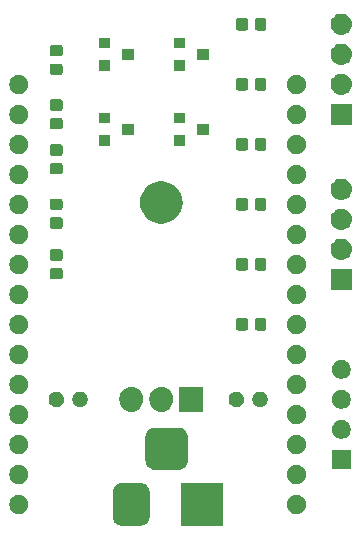
<source format=gbr>
G04 #@! TF.GenerationSoftware,KiCad,Pcbnew,5.1.3-ffb9f22~84~ubuntu16.04.1*
G04 #@! TF.CreationDate,2019-07-29T14:43:33+10:00*
G04 #@! TF.ProjectId,tankmon-pcb,74616e6b-6d6f-46e2-9d70-63622e6b6963,1a*
G04 #@! TF.SameCoordinates,Original*
G04 #@! TF.FileFunction,Soldermask,Bot*
G04 #@! TF.FilePolarity,Negative*
%FSLAX46Y46*%
G04 Gerber Fmt 4.6, Leading zero omitted, Abs format (unit mm)*
G04 Created by KiCad (PCBNEW 5.1.3-ffb9f22~84~ubuntu16.04.1) date 2019-07-29 14:43:33*
%MOMM*%
%LPD*%
G04 APERTURE LIST*
%ADD10C,0.100000*%
G04 APERTURE END LIST*
D10*
G36*
X150295000Y-121435000D02*
G01*
X146693000Y-121435000D01*
X146693000Y-117833000D01*
X150295000Y-117833000D01*
X150295000Y-121435000D01*
X150295000Y-121435000D01*
G37*
G36*
X143470979Y-117847293D02*
G01*
X143604625Y-117887834D01*
X143727784Y-117953664D01*
X143835740Y-118042260D01*
X143924336Y-118150216D01*
X143990166Y-118273375D01*
X144030707Y-118407021D01*
X144045000Y-118552140D01*
X144045000Y-120715860D01*
X144030707Y-120860979D01*
X143990166Y-120994625D01*
X143924336Y-121117784D01*
X143835740Y-121225740D01*
X143727784Y-121314336D01*
X143604625Y-121380166D01*
X143470979Y-121420707D01*
X143325860Y-121435000D01*
X141662140Y-121435000D01*
X141517021Y-121420707D01*
X141383375Y-121380166D01*
X141260216Y-121314336D01*
X141152260Y-121225740D01*
X141063664Y-121117784D01*
X140997834Y-120994625D01*
X140957293Y-120860979D01*
X140943000Y-120715860D01*
X140943000Y-118552140D01*
X140957293Y-118407021D01*
X140997834Y-118273375D01*
X141063664Y-118150216D01*
X141152260Y-118042260D01*
X141260216Y-117953664D01*
X141383375Y-117887834D01*
X141517021Y-117847293D01*
X141662140Y-117833000D01*
X143325860Y-117833000D01*
X143470979Y-117847293D01*
X143470979Y-117847293D01*
G37*
G36*
X133206142Y-118852242D02*
G01*
X133354101Y-118913529D01*
X133487255Y-119002499D01*
X133600501Y-119115745D01*
X133689471Y-119248899D01*
X133750758Y-119396858D01*
X133782000Y-119553925D01*
X133782000Y-119714075D01*
X133750758Y-119871142D01*
X133689471Y-120019101D01*
X133600501Y-120152255D01*
X133487255Y-120265501D01*
X133354101Y-120354471D01*
X133206142Y-120415758D01*
X133049075Y-120447000D01*
X132888925Y-120447000D01*
X132731858Y-120415758D01*
X132583899Y-120354471D01*
X132450745Y-120265501D01*
X132337499Y-120152255D01*
X132248529Y-120019101D01*
X132187242Y-119871142D01*
X132156000Y-119714075D01*
X132156000Y-119553925D01*
X132187242Y-119396858D01*
X132248529Y-119248899D01*
X132337499Y-119115745D01*
X132450745Y-119002499D01*
X132583899Y-118913529D01*
X132731858Y-118852242D01*
X132888925Y-118821000D01*
X133049075Y-118821000D01*
X133206142Y-118852242D01*
X133206142Y-118852242D01*
G37*
G36*
X156701142Y-118852242D02*
G01*
X156849101Y-118913529D01*
X156982255Y-119002499D01*
X157095501Y-119115745D01*
X157184471Y-119248899D01*
X157245758Y-119396858D01*
X157277000Y-119553925D01*
X157277000Y-119714075D01*
X157245758Y-119871142D01*
X157184471Y-120019101D01*
X157095501Y-120152255D01*
X156982255Y-120265501D01*
X156849101Y-120354471D01*
X156701142Y-120415758D01*
X156544075Y-120447000D01*
X156383925Y-120447000D01*
X156226858Y-120415758D01*
X156078899Y-120354471D01*
X155945745Y-120265501D01*
X155832499Y-120152255D01*
X155743529Y-120019101D01*
X155682242Y-119871142D01*
X155651000Y-119714075D01*
X155651000Y-119553925D01*
X155682242Y-119396858D01*
X155743529Y-119248899D01*
X155832499Y-119115745D01*
X155945745Y-119002499D01*
X156078899Y-118913529D01*
X156226858Y-118852242D01*
X156383925Y-118821000D01*
X156544075Y-118821000D01*
X156701142Y-118852242D01*
X156701142Y-118852242D01*
G37*
G36*
X156701142Y-116312242D02*
G01*
X156849101Y-116373529D01*
X156982255Y-116462499D01*
X157095501Y-116575745D01*
X157184471Y-116708899D01*
X157245758Y-116856858D01*
X157277000Y-117013925D01*
X157277000Y-117174075D01*
X157245758Y-117331142D01*
X157184471Y-117479101D01*
X157095501Y-117612255D01*
X156982255Y-117725501D01*
X156849101Y-117814471D01*
X156701142Y-117875758D01*
X156544075Y-117907000D01*
X156383925Y-117907000D01*
X156226858Y-117875758D01*
X156078899Y-117814471D01*
X155945745Y-117725501D01*
X155832499Y-117612255D01*
X155743529Y-117479101D01*
X155682242Y-117331142D01*
X155651000Y-117174075D01*
X155651000Y-117013925D01*
X155682242Y-116856858D01*
X155743529Y-116708899D01*
X155832499Y-116575745D01*
X155945745Y-116462499D01*
X156078899Y-116373529D01*
X156226858Y-116312242D01*
X156383925Y-116281000D01*
X156544075Y-116281000D01*
X156701142Y-116312242D01*
X156701142Y-116312242D01*
G37*
G36*
X133206142Y-116312242D02*
G01*
X133354101Y-116373529D01*
X133487255Y-116462499D01*
X133600501Y-116575745D01*
X133689471Y-116708899D01*
X133750758Y-116856858D01*
X133782000Y-117013925D01*
X133782000Y-117174075D01*
X133750758Y-117331142D01*
X133689471Y-117479101D01*
X133600501Y-117612255D01*
X133487255Y-117725501D01*
X133354101Y-117814471D01*
X133206142Y-117875758D01*
X133049075Y-117907000D01*
X132888925Y-117907000D01*
X132731858Y-117875758D01*
X132583899Y-117814471D01*
X132450745Y-117725501D01*
X132337499Y-117612255D01*
X132248529Y-117479101D01*
X132187242Y-117331142D01*
X132156000Y-117174075D01*
X132156000Y-117013925D01*
X132187242Y-116856858D01*
X132248529Y-116708899D01*
X132337499Y-116575745D01*
X132450745Y-116462499D01*
X132583899Y-116373529D01*
X132731858Y-116312242D01*
X132888925Y-116281000D01*
X133049075Y-116281000D01*
X133206142Y-116312242D01*
X133206142Y-116312242D01*
G37*
G36*
X146620366Y-113149695D02*
G01*
X146777460Y-113197349D01*
X146922231Y-113274731D01*
X147049128Y-113378872D01*
X147153269Y-113505769D01*
X147230651Y-113650540D01*
X147278305Y-113807634D01*
X147295000Y-113977140D01*
X147295000Y-115890860D01*
X147278305Y-116060366D01*
X147230651Y-116217460D01*
X147153269Y-116362231D01*
X147049128Y-116489128D01*
X146922231Y-116593269D01*
X146777460Y-116670651D01*
X146620366Y-116718305D01*
X146450860Y-116735000D01*
X144537140Y-116735000D01*
X144367634Y-116718305D01*
X144210540Y-116670651D01*
X144065769Y-116593269D01*
X143938872Y-116489128D01*
X143834731Y-116362231D01*
X143757349Y-116217460D01*
X143709695Y-116060366D01*
X143693000Y-115890860D01*
X143693000Y-113977140D01*
X143709695Y-113807634D01*
X143757349Y-113650540D01*
X143834731Y-113505769D01*
X143938872Y-113378872D01*
X144065769Y-113274731D01*
X144210540Y-113197349D01*
X144367634Y-113149695D01*
X144537140Y-113133000D01*
X146450860Y-113133000D01*
X146620366Y-113149695D01*
X146620366Y-113149695D01*
G37*
G36*
X161075000Y-116625000D02*
G01*
X159473000Y-116625000D01*
X159473000Y-115023000D01*
X161075000Y-115023000D01*
X161075000Y-116625000D01*
X161075000Y-116625000D01*
G37*
G36*
X133206142Y-113772242D02*
G01*
X133354101Y-113833529D01*
X133487255Y-113922499D01*
X133600501Y-114035745D01*
X133689471Y-114168899D01*
X133750758Y-114316858D01*
X133782000Y-114473925D01*
X133782000Y-114634075D01*
X133750758Y-114791142D01*
X133689471Y-114939101D01*
X133600501Y-115072255D01*
X133487255Y-115185501D01*
X133354101Y-115274471D01*
X133206142Y-115335758D01*
X133049075Y-115367000D01*
X132888925Y-115367000D01*
X132731858Y-115335758D01*
X132583899Y-115274471D01*
X132450745Y-115185501D01*
X132337499Y-115072255D01*
X132248529Y-114939101D01*
X132187242Y-114791142D01*
X132156000Y-114634075D01*
X132156000Y-114473925D01*
X132187242Y-114316858D01*
X132248529Y-114168899D01*
X132337499Y-114035745D01*
X132450745Y-113922499D01*
X132583899Y-113833529D01*
X132731858Y-113772242D01*
X132888925Y-113741000D01*
X133049075Y-113741000D01*
X133206142Y-113772242D01*
X133206142Y-113772242D01*
G37*
G36*
X156701142Y-113772242D02*
G01*
X156849101Y-113833529D01*
X156982255Y-113922499D01*
X157095501Y-114035745D01*
X157184471Y-114168899D01*
X157245758Y-114316858D01*
X157277000Y-114473925D01*
X157277000Y-114634075D01*
X157245758Y-114791142D01*
X157184471Y-114939101D01*
X157095501Y-115072255D01*
X156982255Y-115185501D01*
X156849101Y-115274471D01*
X156701142Y-115335758D01*
X156544075Y-115367000D01*
X156383925Y-115367000D01*
X156226858Y-115335758D01*
X156078899Y-115274471D01*
X155945745Y-115185501D01*
X155832499Y-115072255D01*
X155743529Y-114939101D01*
X155682242Y-114791142D01*
X155651000Y-114634075D01*
X155651000Y-114473925D01*
X155682242Y-114316858D01*
X155743529Y-114168899D01*
X155832499Y-114035745D01*
X155945745Y-113922499D01*
X156078899Y-113833529D01*
X156226858Y-113772242D01*
X156383925Y-113741000D01*
X156544075Y-113741000D01*
X156701142Y-113772242D01*
X156701142Y-113772242D01*
G37*
G36*
X160507642Y-112513781D02*
G01*
X160653414Y-112574162D01*
X160653416Y-112574163D01*
X160784608Y-112661822D01*
X160896178Y-112773392D01*
X160911122Y-112795758D01*
X160983838Y-112904586D01*
X161044219Y-113050358D01*
X161075000Y-113205107D01*
X161075000Y-113362893D01*
X161044219Y-113517642D01*
X160983838Y-113663414D01*
X160983837Y-113663416D01*
X160896178Y-113794608D01*
X160784608Y-113906178D01*
X160653416Y-113993837D01*
X160653415Y-113993838D01*
X160653414Y-113993838D01*
X160507642Y-114054219D01*
X160352893Y-114085000D01*
X160195107Y-114085000D01*
X160040358Y-114054219D01*
X159894586Y-113993838D01*
X159894585Y-113993838D01*
X159894584Y-113993837D01*
X159763392Y-113906178D01*
X159651822Y-113794608D01*
X159564163Y-113663416D01*
X159564162Y-113663414D01*
X159503781Y-113517642D01*
X159473000Y-113362893D01*
X159473000Y-113205107D01*
X159503781Y-113050358D01*
X159564162Y-112904586D01*
X159636878Y-112795758D01*
X159651822Y-112773392D01*
X159763392Y-112661822D01*
X159894584Y-112574163D01*
X159894586Y-112574162D01*
X160040358Y-112513781D01*
X160195107Y-112483000D01*
X160352893Y-112483000D01*
X160507642Y-112513781D01*
X160507642Y-112513781D01*
G37*
G36*
X133206142Y-111232242D02*
G01*
X133354101Y-111293529D01*
X133487255Y-111382499D01*
X133600501Y-111495745D01*
X133689471Y-111628899D01*
X133750758Y-111776858D01*
X133782000Y-111933925D01*
X133782000Y-112094075D01*
X133750758Y-112251142D01*
X133689471Y-112399101D01*
X133600501Y-112532255D01*
X133487255Y-112645501D01*
X133354101Y-112734471D01*
X133206142Y-112795758D01*
X133049075Y-112827000D01*
X132888925Y-112827000D01*
X132731858Y-112795758D01*
X132583899Y-112734471D01*
X132450745Y-112645501D01*
X132337499Y-112532255D01*
X132248529Y-112399101D01*
X132187242Y-112251142D01*
X132156000Y-112094075D01*
X132156000Y-111933925D01*
X132187242Y-111776858D01*
X132248529Y-111628899D01*
X132337499Y-111495745D01*
X132450745Y-111382499D01*
X132583899Y-111293529D01*
X132731858Y-111232242D01*
X132888925Y-111201000D01*
X133049075Y-111201000D01*
X133206142Y-111232242D01*
X133206142Y-111232242D01*
G37*
G36*
X156701142Y-111232242D02*
G01*
X156849101Y-111293529D01*
X156982255Y-111382499D01*
X157095501Y-111495745D01*
X157184471Y-111628899D01*
X157245758Y-111776858D01*
X157277000Y-111933925D01*
X157277000Y-112094075D01*
X157245758Y-112251142D01*
X157184471Y-112399101D01*
X157095501Y-112532255D01*
X156982255Y-112645501D01*
X156849101Y-112734471D01*
X156701142Y-112795758D01*
X156544075Y-112827000D01*
X156383925Y-112827000D01*
X156226858Y-112795758D01*
X156078899Y-112734471D01*
X155945745Y-112645501D01*
X155832499Y-112532255D01*
X155743529Y-112399101D01*
X155682242Y-112251142D01*
X155651000Y-112094075D01*
X155651000Y-111933925D01*
X155682242Y-111776858D01*
X155743529Y-111628899D01*
X155832499Y-111495745D01*
X155945745Y-111382499D01*
X156078899Y-111293529D01*
X156226858Y-111232242D01*
X156383925Y-111201000D01*
X156544075Y-111201000D01*
X156701142Y-111232242D01*
X156701142Y-111232242D01*
G37*
G36*
X142690720Y-109707520D02*
G01*
X142879881Y-109764901D01*
X143054212Y-109858083D01*
X143207015Y-109983485D01*
X143332417Y-110136288D01*
X143348881Y-110167090D01*
X143425598Y-110310617D01*
X143425599Y-110310620D01*
X143482980Y-110499781D01*
X143497500Y-110647207D01*
X143497500Y-110840794D01*
X143482980Y-110988220D01*
X143425599Y-111177381D01*
X143332417Y-111351712D01*
X143207015Y-111504515D01*
X143054212Y-111629917D01*
X142972333Y-111673682D01*
X142879883Y-111723098D01*
X142879880Y-111723099D01*
X142690719Y-111780480D01*
X142494000Y-111799855D01*
X142297280Y-111780480D01*
X142108119Y-111723099D01*
X141933788Y-111629917D01*
X141780985Y-111504515D01*
X141655583Y-111351712D01*
X141603680Y-111254608D01*
X141562402Y-111177383D01*
X141556822Y-111158988D01*
X141505020Y-110988219D01*
X141490500Y-110840793D01*
X141490500Y-110647206D01*
X141505020Y-110499780D01*
X141562401Y-110310619D01*
X141655583Y-110136288D01*
X141780985Y-109983485D01*
X141933788Y-109858083D01*
X142108120Y-109764901D01*
X142297281Y-109707520D01*
X142494000Y-109688145D01*
X142690720Y-109707520D01*
X142690720Y-109707520D01*
G37*
G36*
X145230720Y-109707520D02*
G01*
X145419881Y-109764901D01*
X145594212Y-109858083D01*
X145747015Y-109983485D01*
X145872417Y-110136288D01*
X145888881Y-110167090D01*
X145965598Y-110310617D01*
X145965599Y-110310620D01*
X146022980Y-110499781D01*
X146037500Y-110647207D01*
X146037500Y-110840794D01*
X146022980Y-110988220D01*
X145965599Y-111177381D01*
X145872417Y-111351712D01*
X145747015Y-111504515D01*
X145594212Y-111629917D01*
X145512333Y-111673682D01*
X145419883Y-111723098D01*
X145419880Y-111723099D01*
X145230719Y-111780480D01*
X145034000Y-111799855D01*
X144837280Y-111780480D01*
X144648119Y-111723099D01*
X144473788Y-111629917D01*
X144320985Y-111504515D01*
X144195583Y-111351712D01*
X144143680Y-111254608D01*
X144102402Y-111177383D01*
X144096822Y-111158988D01*
X144045020Y-110988219D01*
X144030500Y-110840793D01*
X144030500Y-110647206D01*
X144045020Y-110499780D01*
X144102401Y-110310619D01*
X144195583Y-110136288D01*
X144320985Y-109983485D01*
X144473788Y-109858083D01*
X144648120Y-109764901D01*
X144837281Y-109707520D01*
X145034000Y-109688145D01*
X145230720Y-109707520D01*
X145230720Y-109707520D01*
G37*
G36*
X148577500Y-111795000D02*
G01*
X146570500Y-111795000D01*
X146570500Y-109693000D01*
X148577500Y-109693000D01*
X148577500Y-111795000D01*
X148577500Y-111795000D01*
G37*
G36*
X160507642Y-109973781D02*
G01*
X160653414Y-110034162D01*
X160653416Y-110034163D01*
X160784608Y-110121822D01*
X160896178Y-110233392D01*
X160983837Y-110364584D01*
X160983838Y-110364586D01*
X161044219Y-110510358D01*
X161075000Y-110665107D01*
X161075000Y-110822893D01*
X161044219Y-110977642D01*
X161013268Y-111052364D01*
X160983837Y-111123416D01*
X160896178Y-111254608D01*
X160784608Y-111366178D01*
X160653416Y-111453837D01*
X160653415Y-111453838D01*
X160653414Y-111453838D01*
X160507642Y-111514219D01*
X160352893Y-111545000D01*
X160195107Y-111545000D01*
X160040358Y-111514219D01*
X159894586Y-111453838D01*
X159894585Y-111453838D01*
X159894584Y-111453837D01*
X159763392Y-111366178D01*
X159651822Y-111254608D01*
X159564163Y-111123416D01*
X159534732Y-111052364D01*
X159503781Y-110977642D01*
X159473000Y-110822893D01*
X159473000Y-110665107D01*
X159503781Y-110510358D01*
X159564162Y-110364586D01*
X159564163Y-110364584D01*
X159651822Y-110233392D01*
X159763392Y-110121822D01*
X159894584Y-110034163D01*
X159894586Y-110034162D01*
X160040358Y-109973781D01*
X160195107Y-109943000D01*
X160352893Y-109943000D01*
X160507642Y-109973781D01*
X160507642Y-109973781D01*
G37*
G36*
X138333890Y-110118017D02*
G01*
X138452364Y-110167091D01*
X138493341Y-110194471D01*
X138558988Y-110238335D01*
X138649665Y-110329012D01*
X138720910Y-110435638D01*
X138769983Y-110554110D01*
X138795000Y-110679881D01*
X138795000Y-110808119D01*
X138788500Y-110840795D01*
X138769983Y-110933890D01*
X138720909Y-111052364D01*
X138649665Y-111158988D01*
X138558988Y-111249665D01*
X138452364Y-111320909D01*
X138452363Y-111320910D01*
X138452362Y-111320910D01*
X138333890Y-111369983D01*
X138208119Y-111395000D01*
X138079881Y-111395000D01*
X137954110Y-111369983D01*
X137835638Y-111320910D01*
X137835637Y-111320910D01*
X137835636Y-111320909D01*
X137729012Y-111249665D01*
X137638335Y-111158988D01*
X137567091Y-111052364D01*
X137518017Y-110933890D01*
X137499500Y-110840795D01*
X137493000Y-110808119D01*
X137493000Y-110679881D01*
X137518017Y-110554110D01*
X137567090Y-110435638D01*
X137638335Y-110329012D01*
X137729012Y-110238335D01*
X137794659Y-110194471D01*
X137835636Y-110167091D01*
X137954110Y-110118017D01*
X138079881Y-110093000D01*
X138208119Y-110093000D01*
X138333890Y-110118017D01*
X138333890Y-110118017D01*
G37*
G36*
X136333890Y-110118017D02*
G01*
X136452364Y-110167091D01*
X136493341Y-110194471D01*
X136558988Y-110238335D01*
X136649665Y-110329012D01*
X136720910Y-110435638D01*
X136769983Y-110554110D01*
X136795000Y-110679881D01*
X136795000Y-110808119D01*
X136788500Y-110840795D01*
X136769983Y-110933890D01*
X136720909Y-111052364D01*
X136649665Y-111158988D01*
X136558988Y-111249665D01*
X136452364Y-111320909D01*
X136452363Y-111320910D01*
X136452362Y-111320910D01*
X136333890Y-111369983D01*
X136208119Y-111395000D01*
X136079881Y-111395000D01*
X135954110Y-111369983D01*
X135835638Y-111320910D01*
X135835637Y-111320910D01*
X135835636Y-111320909D01*
X135729012Y-111249665D01*
X135638335Y-111158988D01*
X135567091Y-111052364D01*
X135518017Y-110933890D01*
X135499500Y-110840795D01*
X135493000Y-110808119D01*
X135493000Y-110679881D01*
X135518017Y-110554110D01*
X135567090Y-110435638D01*
X135638335Y-110329012D01*
X135729012Y-110238335D01*
X135794659Y-110194471D01*
X135835636Y-110167091D01*
X135954110Y-110118017D01*
X136079881Y-110093000D01*
X136208119Y-110093000D01*
X136333890Y-110118017D01*
X136333890Y-110118017D01*
G37*
G36*
X153573890Y-110118017D02*
G01*
X153692364Y-110167091D01*
X153733341Y-110194471D01*
X153798988Y-110238335D01*
X153889665Y-110329012D01*
X153960910Y-110435638D01*
X154009983Y-110554110D01*
X154035000Y-110679881D01*
X154035000Y-110808119D01*
X154028500Y-110840795D01*
X154009983Y-110933890D01*
X153960909Y-111052364D01*
X153889665Y-111158988D01*
X153798988Y-111249665D01*
X153692364Y-111320909D01*
X153692363Y-111320910D01*
X153692362Y-111320910D01*
X153573890Y-111369983D01*
X153448119Y-111395000D01*
X153319881Y-111395000D01*
X153194110Y-111369983D01*
X153075638Y-111320910D01*
X153075637Y-111320910D01*
X153075636Y-111320909D01*
X152969012Y-111249665D01*
X152878335Y-111158988D01*
X152807091Y-111052364D01*
X152758017Y-110933890D01*
X152739500Y-110840795D01*
X152733000Y-110808119D01*
X152733000Y-110679881D01*
X152758017Y-110554110D01*
X152807090Y-110435638D01*
X152878335Y-110329012D01*
X152969012Y-110238335D01*
X153034659Y-110194471D01*
X153075636Y-110167091D01*
X153194110Y-110118017D01*
X153319881Y-110093000D01*
X153448119Y-110093000D01*
X153573890Y-110118017D01*
X153573890Y-110118017D01*
G37*
G36*
X151573890Y-110118017D02*
G01*
X151692364Y-110167091D01*
X151733341Y-110194471D01*
X151798988Y-110238335D01*
X151889665Y-110329012D01*
X151960910Y-110435638D01*
X152009983Y-110554110D01*
X152035000Y-110679881D01*
X152035000Y-110808119D01*
X152028500Y-110840795D01*
X152009983Y-110933890D01*
X151960909Y-111052364D01*
X151889665Y-111158988D01*
X151798988Y-111249665D01*
X151692364Y-111320909D01*
X151692363Y-111320910D01*
X151692362Y-111320910D01*
X151573890Y-111369983D01*
X151448119Y-111395000D01*
X151319881Y-111395000D01*
X151194110Y-111369983D01*
X151075638Y-111320910D01*
X151075637Y-111320910D01*
X151075636Y-111320909D01*
X150969012Y-111249665D01*
X150878335Y-111158988D01*
X150807091Y-111052364D01*
X150758017Y-110933890D01*
X150739500Y-110840795D01*
X150733000Y-110808119D01*
X150733000Y-110679881D01*
X150758017Y-110554110D01*
X150807090Y-110435638D01*
X150878335Y-110329012D01*
X150969012Y-110238335D01*
X151034659Y-110194471D01*
X151075636Y-110167091D01*
X151194110Y-110118017D01*
X151319881Y-110093000D01*
X151448119Y-110093000D01*
X151573890Y-110118017D01*
X151573890Y-110118017D01*
G37*
G36*
X156701142Y-108692242D02*
G01*
X156849101Y-108753529D01*
X156982255Y-108842499D01*
X157095501Y-108955745D01*
X157184471Y-109088899D01*
X157245758Y-109236858D01*
X157277000Y-109393925D01*
X157277000Y-109554075D01*
X157245758Y-109711142D01*
X157184471Y-109859101D01*
X157095501Y-109992255D01*
X156982255Y-110105501D01*
X156849101Y-110194471D01*
X156701142Y-110255758D01*
X156544075Y-110287000D01*
X156383925Y-110287000D01*
X156226858Y-110255758D01*
X156078899Y-110194471D01*
X155945745Y-110105501D01*
X155832499Y-109992255D01*
X155743529Y-109859101D01*
X155682242Y-109711142D01*
X155651000Y-109554075D01*
X155651000Y-109393925D01*
X155682242Y-109236858D01*
X155743529Y-109088899D01*
X155832499Y-108955745D01*
X155945745Y-108842499D01*
X156078899Y-108753529D01*
X156226858Y-108692242D01*
X156383925Y-108661000D01*
X156544075Y-108661000D01*
X156701142Y-108692242D01*
X156701142Y-108692242D01*
G37*
G36*
X133206142Y-108692242D02*
G01*
X133354101Y-108753529D01*
X133487255Y-108842499D01*
X133600501Y-108955745D01*
X133689471Y-109088899D01*
X133750758Y-109236858D01*
X133782000Y-109393925D01*
X133782000Y-109554075D01*
X133750758Y-109711142D01*
X133689471Y-109859101D01*
X133600501Y-109992255D01*
X133487255Y-110105501D01*
X133354101Y-110194471D01*
X133206142Y-110255758D01*
X133049075Y-110287000D01*
X132888925Y-110287000D01*
X132731858Y-110255758D01*
X132583899Y-110194471D01*
X132450745Y-110105501D01*
X132337499Y-109992255D01*
X132248529Y-109859101D01*
X132187242Y-109711142D01*
X132156000Y-109554075D01*
X132156000Y-109393925D01*
X132187242Y-109236858D01*
X132248529Y-109088899D01*
X132337499Y-108955745D01*
X132450745Y-108842499D01*
X132583899Y-108753529D01*
X132731858Y-108692242D01*
X132888925Y-108661000D01*
X133049075Y-108661000D01*
X133206142Y-108692242D01*
X133206142Y-108692242D01*
G37*
G36*
X160507642Y-107433781D02*
G01*
X160653414Y-107494162D01*
X160653416Y-107494163D01*
X160784608Y-107581822D01*
X160896178Y-107693392D01*
X160911122Y-107715758D01*
X160983838Y-107824586D01*
X161044219Y-107970358D01*
X161075000Y-108125107D01*
X161075000Y-108282893D01*
X161044219Y-108437642D01*
X160983838Y-108583414D01*
X160983837Y-108583416D01*
X160896178Y-108714608D01*
X160784608Y-108826178D01*
X160653416Y-108913837D01*
X160653415Y-108913838D01*
X160653414Y-108913838D01*
X160507642Y-108974219D01*
X160352893Y-109005000D01*
X160195107Y-109005000D01*
X160040358Y-108974219D01*
X159894586Y-108913838D01*
X159894585Y-108913838D01*
X159894584Y-108913837D01*
X159763392Y-108826178D01*
X159651822Y-108714608D01*
X159564163Y-108583416D01*
X159564162Y-108583414D01*
X159503781Y-108437642D01*
X159473000Y-108282893D01*
X159473000Y-108125107D01*
X159503781Y-107970358D01*
X159564162Y-107824586D01*
X159636878Y-107715758D01*
X159651822Y-107693392D01*
X159763392Y-107581822D01*
X159894584Y-107494163D01*
X159894586Y-107494162D01*
X160040358Y-107433781D01*
X160195107Y-107403000D01*
X160352893Y-107403000D01*
X160507642Y-107433781D01*
X160507642Y-107433781D01*
G37*
G36*
X133206142Y-106152242D02*
G01*
X133354101Y-106213529D01*
X133487255Y-106302499D01*
X133600501Y-106415745D01*
X133689471Y-106548899D01*
X133750758Y-106696858D01*
X133782000Y-106853925D01*
X133782000Y-107014075D01*
X133750758Y-107171142D01*
X133689471Y-107319101D01*
X133600501Y-107452255D01*
X133487255Y-107565501D01*
X133354101Y-107654471D01*
X133206142Y-107715758D01*
X133049075Y-107747000D01*
X132888925Y-107747000D01*
X132731858Y-107715758D01*
X132583899Y-107654471D01*
X132450745Y-107565501D01*
X132337499Y-107452255D01*
X132248529Y-107319101D01*
X132187242Y-107171142D01*
X132156000Y-107014075D01*
X132156000Y-106853925D01*
X132187242Y-106696858D01*
X132248529Y-106548899D01*
X132337499Y-106415745D01*
X132450745Y-106302499D01*
X132583899Y-106213529D01*
X132731858Y-106152242D01*
X132888925Y-106121000D01*
X133049075Y-106121000D01*
X133206142Y-106152242D01*
X133206142Y-106152242D01*
G37*
G36*
X156701142Y-106152242D02*
G01*
X156849101Y-106213529D01*
X156982255Y-106302499D01*
X157095501Y-106415745D01*
X157184471Y-106548899D01*
X157245758Y-106696858D01*
X157277000Y-106853925D01*
X157277000Y-107014075D01*
X157245758Y-107171142D01*
X157184471Y-107319101D01*
X157095501Y-107452255D01*
X156982255Y-107565501D01*
X156849101Y-107654471D01*
X156701142Y-107715758D01*
X156544075Y-107747000D01*
X156383925Y-107747000D01*
X156226858Y-107715758D01*
X156078899Y-107654471D01*
X155945745Y-107565501D01*
X155832499Y-107452255D01*
X155743529Y-107319101D01*
X155682242Y-107171142D01*
X155651000Y-107014075D01*
X155651000Y-106853925D01*
X155682242Y-106696858D01*
X155743529Y-106548899D01*
X155832499Y-106415745D01*
X155945745Y-106302499D01*
X156078899Y-106213529D01*
X156226858Y-106152242D01*
X156383925Y-106121000D01*
X156544075Y-106121000D01*
X156701142Y-106152242D01*
X156701142Y-106152242D01*
G37*
G36*
X156701142Y-103612242D02*
G01*
X156849101Y-103673529D01*
X156982255Y-103762499D01*
X157095501Y-103875745D01*
X157184471Y-104008899D01*
X157245758Y-104156858D01*
X157277000Y-104313925D01*
X157277000Y-104474075D01*
X157245758Y-104631142D01*
X157184471Y-104779101D01*
X157095501Y-104912255D01*
X156982255Y-105025501D01*
X156849101Y-105114471D01*
X156701142Y-105175758D01*
X156544075Y-105207000D01*
X156383925Y-105207000D01*
X156226858Y-105175758D01*
X156078899Y-105114471D01*
X155945745Y-105025501D01*
X155832499Y-104912255D01*
X155743529Y-104779101D01*
X155682242Y-104631142D01*
X155651000Y-104474075D01*
X155651000Y-104313925D01*
X155682242Y-104156858D01*
X155743529Y-104008899D01*
X155832499Y-103875745D01*
X155945745Y-103762499D01*
X156078899Y-103673529D01*
X156226858Y-103612242D01*
X156383925Y-103581000D01*
X156544075Y-103581000D01*
X156701142Y-103612242D01*
X156701142Y-103612242D01*
G37*
G36*
X133206142Y-103612242D02*
G01*
X133354101Y-103673529D01*
X133487255Y-103762499D01*
X133600501Y-103875745D01*
X133689471Y-104008899D01*
X133750758Y-104156858D01*
X133782000Y-104313925D01*
X133782000Y-104474075D01*
X133750758Y-104631142D01*
X133689471Y-104779101D01*
X133600501Y-104912255D01*
X133487255Y-105025501D01*
X133354101Y-105114471D01*
X133206142Y-105175758D01*
X133049075Y-105207000D01*
X132888925Y-105207000D01*
X132731858Y-105175758D01*
X132583899Y-105114471D01*
X132450745Y-105025501D01*
X132337499Y-104912255D01*
X132248529Y-104779101D01*
X132187242Y-104631142D01*
X132156000Y-104474075D01*
X132156000Y-104313925D01*
X132187242Y-104156858D01*
X132248529Y-104008899D01*
X132337499Y-103875745D01*
X132450745Y-103762499D01*
X132583899Y-103673529D01*
X132731858Y-103612242D01*
X132888925Y-103581000D01*
X133049075Y-103581000D01*
X133206142Y-103612242D01*
X133206142Y-103612242D01*
G37*
G36*
X152208591Y-103872085D02*
G01*
X152242569Y-103882393D01*
X152273890Y-103899134D01*
X152301339Y-103921661D01*
X152323866Y-103949110D01*
X152340607Y-103980431D01*
X152350915Y-104014409D01*
X152355000Y-104055890D01*
X152355000Y-104732110D01*
X152350915Y-104773591D01*
X152340607Y-104807569D01*
X152323866Y-104838890D01*
X152301339Y-104866339D01*
X152273890Y-104888866D01*
X152242569Y-104905607D01*
X152208591Y-104915915D01*
X152167110Y-104920000D01*
X151565890Y-104920000D01*
X151524409Y-104915915D01*
X151490431Y-104905607D01*
X151459110Y-104888866D01*
X151431661Y-104866339D01*
X151409134Y-104838890D01*
X151392393Y-104807569D01*
X151382085Y-104773591D01*
X151378000Y-104732110D01*
X151378000Y-104055890D01*
X151382085Y-104014409D01*
X151392393Y-103980431D01*
X151409134Y-103949110D01*
X151431661Y-103921661D01*
X151459110Y-103899134D01*
X151490431Y-103882393D01*
X151524409Y-103872085D01*
X151565890Y-103868000D01*
X152167110Y-103868000D01*
X152208591Y-103872085D01*
X152208591Y-103872085D01*
G37*
G36*
X153783591Y-103872085D02*
G01*
X153817569Y-103882393D01*
X153848890Y-103899134D01*
X153876339Y-103921661D01*
X153898866Y-103949110D01*
X153915607Y-103980431D01*
X153925915Y-104014409D01*
X153930000Y-104055890D01*
X153930000Y-104732110D01*
X153925915Y-104773591D01*
X153915607Y-104807569D01*
X153898866Y-104838890D01*
X153876339Y-104866339D01*
X153848890Y-104888866D01*
X153817569Y-104905607D01*
X153783591Y-104915915D01*
X153742110Y-104920000D01*
X153140890Y-104920000D01*
X153099409Y-104915915D01*
X153065431Y-104905607D01*
X153034110Y-104888866D01*
X153006661Y-104866339D01*
X152984134Y-104838890D01*
X152967393Y-104807569D01*
X152957085Y-104773591D01*
X152953000Y-104732110D01*
X152953000Y-104055890D01*
X152957085Y-104014409D01*
X152967393Y-103980431D01*
X152984134Y-103949110D01*
X153006661Y-103921661D01*
X153034110Y-103899134D01*
X153065431Y-103882393D01*
X153099409Y-103872085D01*
X153140890Y-103868000D01*
X153742110Y-103868000D01*
X153783591Y-103872085D01*
X153783591Y-103872085D01*
G37*
G36*
X156701142Y-101072242D02*
G01*
X156849101Y-101133529D01*
X156982255Y-101222499D01*
X157095501Y-101335745D01*
X157184471Y-101468899D01*
X157245758Y-101616858D01*
X157277000Y-101773925D01*
X157277000Y-101934075D01*
X157245758Y-102091142D01*
X157184471Y-102239101D01*
X157095501Y-102372255D01*
X156982255Y-102485501D01*
X156849101Y-102574471D01*
X156701142Y-102635758D01*
X156544075Y-102667000D01*
X156383925Y-102667000D01*
X156226858Y-102635758D01*
X156078899Y-102574471D01*
X155945745Y-102485501D01*
X155832499Y-102372255D01*
X155743529Y-102239101D01*
X155682242Y-102091142D01*
X155651000Y-101934075D01*
X155651000Y-101773925D01*
X155682242Y-101616858D01*
X155743529Y-101468899D01*
X155832499Y-101335745D01*
X155945745Y-101222499D01*
X156078899Y-101133529D01*
X156226858Y-101072242D01*
X156383925Y-101041000D01*
X156544075Y-101041000D01*
X156701142Y-101072242D01*
X156701142Y-101072242D01*
G37*
G36*
X133206142Y-101072242D02*
G01*
X133354101Y-101133529D01*
X133487255Y-101222499D01*
X133600501Y-101335745D01*
X133689471Y-101468899D01*
X133750758Y-101616858D01*
X133782000Y-101773925D01*
X133782000Y-101934075D01*
X133750758Y-102091142D01*
X133689471Y-102239101D01*
X133600501Y-102372255D01*
X133487255Y-102485501D01*
X133354101Y-102574471D01*
X133206142Y-102635758D01*
X133049075Y-102667000D01*
X132888925Y-102667000D01*
X132731858Y-102635758D01*
X132583899Y-102574471D01*
X132450745Y-102485501D01*
X132337499Y-102372255D01*
X132248529Y-102239101D01*
X132187242Y-102091142D01*
X132156000Y-101934075D01*
X132156000Y-101773925D01*
X132187242Y-101616858D01*
X132248529Y-101468899D01*
X132337499Y-101335745D01*
X132450745Y-101222499D01*
X132583899Y-101133529D01*
X132731858Y-101072242D01*
X132888925Y-101041000D01*
X133049075Y-101041000D01*
X133206142Y-101072242D01*
X133206142Y-101072242D01*
G37*
G36*
X161175000Y-101485000D02*
G01*
X159373000Y-101485000D01*
X159373000Y-99683000D01*
X161175000Y-99683000D01*
X161175000Y-101485000D01*
X161175000Y-101485000D01*
G37*
G36*
X136523591Y-99617085D02*
G01*
X136557569Y-99627393D01*
X136588890Y-99644134D01*
X136616339Y-99666661D01*
X136638866Y-99694110D01*
X136655607Y-99725431D01*
X136665915Y-99759409D01*
X136670000Y-99800890D01*
X136670000Y-100402110D01*
X136665915Y-100443591D01*
X136655607Y-100477569D01*
X136638866Y-100508890D01*
X136616339Y-100536339D01*
X136588890Y-100558866D01*
X136557569Y-100575607D01*
X136523591Y-100585915D01*
X136482110Y-100590000D01*
X135805890Y-100590000D01*
X135764409Y-100585915D01*
X135730431Y-100575607D01*
X135699110Y-100558866D01*
X135671661Y-100536339D01*
X135649134Y-100508890D01*
X135632393Y-100477569D01*
X135622085Y-100443591D01*
X135618000Y-100402110D01*
X135618000Y-99800890D01*
X135622085Y-99759409D01*
X135632393Y-99725431D01*
X135649134Y-99694110D01*
X135671661Y-99666661D01*
X135699110Y-99644134D01*
X135730431Y-99627393D01*
X135764409Y-99617085D01*
X135805890Y-99613000D01*
X136482110Y-99613000D01*
X136523591Y-99617085D01*
X136523591Y-99617085D01*
G37*
G36*
X133206142Y-98532242D02*
G01*
X133354101Y-98593529D01*
X133487255Y-98682499D01*
X133600501Y-98795745D01*
X133689471Y-98928899D01*
X133750758Y-99076858D01*
X133782000Y-99233925D01*
X133782000Y-99394075D01*
X133750758Y-99551142D01*
X133689471Y-99699101D01*
X133600501Y-99832255D01*
X133487255Y-99945501D01*
X133354101Y-100034471D01*
X133206142Y-100095758D01*
X133049075Y-100127000D01*
X132888925Y-100127000D01*
X132731858Y-100095758D01*
X132583899Y-100034471D01*
X132450745Y-99945501D01*
X132337499Y-99832255D01*
X132248529Y-99699101D01*
X132187242Y-99551142D01*
X132156000Y-99394075D01*
X132156000Y-99233925D01*
X132187242Y-99076858D01*
X132248529Y-98928899D01*
X132337499Y-98795745D01*
X132450745Y-98682499D01*
X132583899Y-98593529D01*
X132731858Y-98532242D01*
X132888925Y-98501000D01*
X133049075Y-98501000D01*
X133206142Y-98532242D01*
X133206142Y-98532242D01*
G37*
G36*
X156701142Y-98532242D02*
G01*
X156849101Y-98593529D01*
X156982255Y-98682499D01*
X157095501Y-98795745D01*
X157184471Y-98928899D01*
X157245758Y-99076858D01*
X157277000Y-99233925D01*
X157277000Y-99394075D01*
X157245758Y-99551142D01*
X157184471Y-99699101D01*
X157095501Y-99832255D01*
X156982255Y-99945501D01*
X156849101Y-100034471D01*
X156701142Y-100095758D01*
X156544075Y-100127000D01*
X156383925Y-100127000D01*
X156226858Y-100095758D01*
X156078899Y-100034471D01*
X155945745Y-99945501D01*
X155832499Y-99832255D01*
X155743529Y-99699101D01*
X155682242Y-99551142D01*
X155651000Y-99394075D01*
X155651000Y-99233925D01*
X155682242Y-99076858D01*
X155743529Y-98928899D01*
X155832499Y-98795745D01*
X155945745Y-98682499D01*
X156078899Y-98593529D01*
X156226858Y-98532242D01*
X156383925Y-98501000D01*
X156544075Y-98501000D01*
X156701142Y-98532242D01*
X156701142Y-98532242D01*
G37*
G36*
X152208591Y-98792085D02*
G01*
X152242569Y-98802393D01*
X152273890Y-98819134D01*
X152301339Y-98841661D01*
X152323866Y-98869110D01*
X152340607Y-98900431D01*
X152350915Y-98934409D01*
X152355000Y-98975890D01*
X152355000Y-99652110D01*
X152350915Y-99693591D01*
X152340607Y-99727569D01*
X152323866Y-99758890D01*
X152301339Y-99786339D01*
X152273890Y-99808866D01*
X152242569Y-99825607D01*
X152208591Y-99835915D01*
X152167110Y-99840000D01*
X151565890Y-99840000D01*
X151524409Y-99835915D01*
X151490431Y-99825607D01*
X151459110Y-99808866D01*
X151431661Y-99786339D01*
X151409134Y-99758890D01*
X151392393Y-99727569D01*
X151382085Y-99693591D01*
X151378000Y-99652110D01*
X151378000Y-98975890D01*
X151382085Y-98934409D01*
X151392393Y-98900431D01*
X151409134Y-98869110D01*
X151431661Y-98841661D01*
X151459110Y-98819134D01*
X151490431Y-98802393D01*
X151524409Y-98792085D01*
X151565890Y-98788000D01*
X152167110Y-98788000D01*
X152208591Y-98792085D01*
X152208591Y-98792085D01*
G37*
G36*
X153783591Y-98792085D02*
G01*
X153817569Y-98802393D01*
X153848890Y-98819134D01*
X153876339Y-98841661D01*
X153898866Y-98869110D01*
X153915607Y-98900431D01*
X153925915Y-98934409D01*
X153930000Y-98975890D01*
X153930000Y-99652110D01*
X153925915Y-99693591D01*
X153915607Y-99727569D01*
X153898866Y-99758890D01*
X153876339Y-99786339D01*
X153848890Y-99808866D01*
X153817569Y-99825607D01*
X153783591Y-99835915D01*
X153742110Y-99840000D01*
X153140890Y-99840000D01*
X153099409Y-99835915D01*
X153065431Y-99825607D01*
X153034110Y-99808866D01*
X153006661Y-99786339D01*
X152984134Y-99758890D01*
X152967393Y-99727569D01*
X152957085Y-99693591D01*
X152953000Y-99652110D01*
X152953000Y-98975890D01*
X152957085Y-98934409D01*
X152967393Y-98900431D01*
X152984134Y-98869110D01*
X153006661Y-98841661D01*
X153034110Y-98819134D01*
X153065431Y-98802393D01*
X153099409Y-98792085D01*
X153140890Y-98788000D01*
X153742110Y-98788000D01*
X153783591Y-98792085D01*
X153783591Y-98792085D01*
G37*
G36*
X136523591Y-98042085D02*
G01*
X136557569Y-98052393D01*
X136588890Y-98069134D01*
X136616339Y-98091661D01*
X136638866Y-98119110D01*
X136655607Y-98150431D01*
X136665915Y-98184409D01*
X136670000Y-98225890D01*
X136670000Y-98827110D01*
X136665915Y-98868591D01*
X136655607Y-98902569D01*
X136638866Y-98933890D01*
X136616339Y-98961339D01*
X136588890Y-98983866D01*
X136557569Y-99000607D01*
X136523591Y-99010915D01*
X136482110Y-99015000D01*
X135805890Y-99015000D01*
X135764409Y-99010915D01*
X135730431Y-99000607D01*
X135699110Y-98983866D01*
X135671661Y-98961339D01*
X135649134Y-98933890D01*
X135632393Y-98902569D01*
X135622085Y-98868591D01*
X135618000Y-98827110D01*
X135618000Y-98225890D01*
X135622085Y-98184409D01*
X135632393Y-98150431D01*
X135649134Y-98119110D01*
X135671661Y-98091661D01*
X135699110Y-98069134D01*
X135730431Y-98052393D01*
X135764409Y-98042085D01*
X135805890Y-98038000D01*
X136482110Y-98038000D01*
X136523591Y-98042085D01*
X136523591Y-98042085D01*
G37*
G36*
X160384443Y-97149519D02*
G01*
X160450627Y-97156037D01*
X160620466Y-97207557D01*
X160776991Y-97291222D01*
X160812729Y-97320552D01*
X160914186Y-97403814D01*
X160988585Y-97494471D01*
X161026778Y-97541009D01*
X161110443Y-97697534D01*
X161161963Y-97867373D01*
X161179359Y-98044000D01*
X161161963Y-98220627D01*
X161110443Y-98390466D01*
X161026778Y-98546991D01*
X160997448Y-98582729D01*
X160914186Y-98684186D01*
X160812729Y-98767448D01*
X160776991Y-98796778D01*
X160620466Y-98880443D01*
X160450627Y-98931963D01*
X160384443Y-98938481D01*
X160318260Y-98945000D01*
X160229740Y-98945000D01*
X160163558Y-98938482D01*
X160097373Y-98931963D01*
X159927534Y-98880443D01*
X159771009Y-98796778D01*
X159735271Y-98767448D01*
X159633814Y-98684186D01*
X159550552Y-98582729D01*
X159521222Y-98546991D01*
X159437557Y-98390466D01*
X159386037Y-98220627D01*
X159368641Y-98044000D01*
X159386037Y-97867373D01*
X159437557Y-97697534D01*
X159521222Y-97541009D01*
X159559415Y-97494471D01*
X159633814Y-97403814D01*
X159735271Y-97320552D01*
X159771009Y-97291222D01*
X159927534Y-97207557D01*
X160097373Y-97156037D01*
X160163558Y-97149518D01*
X160229740Y-97143000D01*
X160318260Y-97143000D01*
X160384443Y-97149519D01*
X160384443Y-97149519D01*
G37*
G36*
X156701142Y-95992242D02*
G01*
X156849101Y-96053529D01*
X156982255Y-96142499D01*
X157095501Y-96255745D01*
X157184471Y-96388899D01*
X157245758Y-96536858D01*
X157277000Y-96693925D01*
X157277000Y-96854075D01*
X157245758Y-97011142D01*
X157184471Y-97159101D01*
X157095501Y-97292255D01*
X156982255Y-97405501D01*
X156849101Y-97494471D01*
X156701142Y-97555758D01*
X156544075Y-97587000D01*
X156383925Y-97587000D01*
X156226858Y-97555758D01*
X156078899Y-97494471D01*
X155945745Y-97405501D01*
X155832499Y-97292255D01*
X155743529Y-97159101D01*
X155682242Y-97011142D01*
X155651000Y-96854075D01*
X155651000Y-96693925D01*
X155682242Y-96536858D01*
X155743529Y-96388899D01*
X155832499Y-96255745D01*
X155945745Y-96142499D01*
X156078899Y-96053529D01*
X156226858Y-95992242D01*
X156383925Y-95961000D01*
X156544075Y-95961000D01*
X156701142Y-95992242D01*
X156701142Y-95992242D01*
G37*
G36*
X133206142Y-95992242D02*
G01*
X133354101Y-96053529D01*
X133487255Y-96142499D01*
X133600501Y-96255745D01*
X133689471Y-96388899D01*
X133750758Y-96536858D01*
X133782000Y-96693925D01*
X133782000Y-96854075D01*
X133750758Y-97011142D01*
X133689471Y-97159101D01*
X133600501Y-97292255D01*
X133487255Y-97405501D01*
X133354101Y-97494471D01*
X133206142Y-97555758D01*
X133049075Y-97587000D01*
X132888925Y-97587000D01*
X132731858Y-97555758D01*
X132583899Y-97494471D01*
X132450745Y-97405501D01*
X132337499Y-97292255D01*
X132248529Y-97159101D01*
X132187242Y-97011142D01*
X132156000Y-96854075D01*
X132156000Y-96693925D01*
X132187242Y-96536858D01*
X132248529Y-96388899D01*
X132337499Y-96255745D01*
X132450745Y-96142499D01*
X132583899Y-96053529D01*
X132731858Y-95992242D01*
X132888925Y-95961000D01*
X133049075Y-95961000D01*
X133206142Y-95992242D01*
X133206142Y-95992242D01*
G37*
G36*
X160381412Y-94609220D02*
G01*
X160450627Y-94616037D01*
X160620466Y-94667557D01*
X160620468Y-94667558D01*
X160659574Y-94688461D01*
X160776991Y-94751222D01*
X160807853Y-94776550D01*
X160914186Y-94863814D01*
X160988585Y-94954471D01*
X161026778Y-95001009D01*
X161110443Y-95157534D01*
X161161963Y-95327373D01*
X161179359Y-95504000D01*
X161161963Y-95680627D01*
X161110443Y-95850466D01*
X161026778Y-96006991D01*
X160997448Y-96042729D01*
X160914186Y-96144186D01*
X160826204Y-96216390D01*
X160776991Y-96256778D01*
X160620466Y-96340443D01*
X160450627Y-96391963D01*
X160384442Y-96398482D01*
X160318260Y-96405000D01*
X160229740Y-96405000D01*
X160163558Y-96398482D01*
X160097373Y-96391963D01*
X159927534Y-96340443D01*
X159771009Y-96256778D01*
X159721796Y-96216390D01*
X159633814Y-96144186D01*
X159550552Y-96042729D01*
X159521222Y-96006991D01*
X159437557Y-95850466D01*
X159386037Y-95680627D01*
X159368641Y-95504000D01*
X159386037Y-95327373D01*
X159437557Y-95157534D01*
X159521222Y-95001009D01*
X159559415Y-94954471D01*
X159633814Y-94863814D01*
X159740147Y-94776550D01*
X159771009Y-94751222D01*
X159888426Y-94688461D01*
X159927532Y-94667558D01*
X159927534Y-94667557D01*
X160097373Y-94616037D01*
X160166588Y-94609220D01*
X160229740Y-94603000D01*
X160318260Y-94603000D01*
X160381412Y-94609220D01*
X160381412Y-94609220D01*
G37*
G36*
X136523591Y-95324585D02*
G01*
X136557569Y-95334893D01*
X136588890Y-95351634D01*
X136616339Y-95374161D01*
X136638866Y-95401610D01*
X136655607Y-95432931D01*
X136665915Y-95466909D01*
X136670000Y-95508390D01*
X136670000Y-96109610D01*
X136665915Y-96151091D01*
X136655607Y-96185069D01*
X136638866Y-96216390D01*
X136616339Y-96243839D01*
X136588890Y-96266366D01*
X136557569Y-96283107D01*
X136523591Y-96293415D01*
X136482110Y-96297500D01*
X135805890Y-96297500D01*
X135764409Y-96293415D01*
X135730431Y-96283107D01*
X135699110Y-96266366D01*
X135671661Y-96243839D01*
X135649134Y-96216390D01*
X135632393Y-96185069D01*
X135622085Y-96151091D01*
X135618000Y-96109610D01*
X135618000Y-95508390D01*
X135622085Y-95466909D01*
X135632393Y-95432931D01*
X135649134Y-95401610D01*
X135671661Y-95374161D01*
X135699110Y-95351634D01*
X135730431Y-95334893D01*
X135764409Y-95324585D01*
X135805890Y-95320500D01*
X136482110Y-95320500D01*
X136523591Y-95324585D01*
X136523591Y-95324585D01*
G37*
G36*
X145210669Y-92291686D02*
G01*
X145387058Y-92309059D01*
X145726548Y-92412042D01*
X145726550Y-92412043D01*
X146039422Y-92579277D01*
X146039424Y-92579278D01*
X146039423Y-92579278D01*
X146313661Y-92804339D01*
X146538722Y-93078577D01*
X146705958Y-93391452D01*
X146808941Y-93730942D01*
X146843714Y-94084000D01*
X146808941Y-94437058D01*
X146705958Y-94776548D01*
X146705957Y-94776550D01*
X146538723Y-95089422D01*
X146313661Y-95363661D01*
X146039422Y-95588723D01*
X145867482Y-95680627D01*
X145726548Y-95755958D01*
X145387058Y-95858941D01*
X145210669Y-95876314D01*
X145122476Y-95885000D01*
X144945524Y-95885000D01*
X144857331Y-95876314D01*
X144680942Y-95858941D01*
X144341452Y-95755958D01*
X144200518Y-95680627D01*
X144028578Y-95588723D01*
X143754339Y-95363661D01*
X143529277Y-95089422D01*
X143362043Y-94776550D01*
X143362042Y-94776548D01*
X143259059Y-94437058D01*
X143224286Y-94084000D01*
X143259059Y-93730942D01*
X143362042Y-93391452D01*
X143529278Y-93078577D01*
X143754339Y-92804339D01*
X144028577Y-92579278D01*
X144028576Y-92579278D01*
X144028578Y-92579277D01*
X144341450Y-92412043D01*
X144341452Y-92412042D01*
X144680942Y-92309059D01*
X144857331Y-92291686D01*
X144945524Y-92283000D01*
X145122476Y-92283000D01*
X145210669Y-92291686D01*
X145210669Y-92291686D01*
G37*
G36*
X133206142Y-93452242D02*
G01*
X133354101Y-93513529D01*
X133487255Y-93602499D01*
X133600501Y-93715745D01*
X133689471Y-93848899D01*
X133750758Y-93996858D01*
X133782000Y-94153925D01*
X133782000Y-94314075D01*
X133750758Y-94471142D01*
X133689471Y-94619101D01*
X133600501Y-94752255D01*
X133487255Y-94865501D01*
X133354101Y-94954471D01*
X133206142Y-95015758D01*
X133049075Y-95047000D01*
X132888925Y-95047000D01*
X132731858Y-95015758D01*
X132583899Y-94954471D01*
X132450745Y-94865501D01*
X132337499Y-94752255D01*
X132248529Y-94619101D01*
X132187242Y-94471142D01*
X132156000Y-94314075D01*
X132156000Y-94153925D01*
X132187242Y-93996858D01*
X132248529Y-93848899D01*
X132337499Y-93715745D01*
X132450745Y-93602499D01*
X132583899Y-93513529D01*
X132731858Y-93452242D01*
X132888925Y-93421000D01*
X133049075Y-93421000D01*
X133206142Y-93452242D01*
X133206142Y-93452242D01*
G37*
G36*
X156701142Y-93452242D02*
G01*
X156849101Y-93513529D01*
X156982255Y-93602499D01*
X157095501Y-93715745D01*
X157184471Y-93848899D01*
X157245758Y-93996858D01*
X157277000Y-94153925D01*
X157277000Y-94314075D01*
X157245758Y-94471142D01*
X157184471Y-94619101D01*
X157095501Y-94752255D01*
X156982255Y-94865501D01*
X156849101Y-94954471D01*
X156701142Y-95015758D01*
X156544075Y-95047000D01*
X156383925Y-95047000D01*
X156226858Y-95015758D01*
X156078899Y-94954471D01*
X155945745Y-94865501D01*
X155832499Y-94752255D01*
X155743529Y-94619101D01*
X155682242Y-94471142D01*
X155651000Y-94314075D01*
X155651000Y-94153925D01*
X155682242Y-93996858D01*
X155743529Y-93848899D01*
X155832499Y-93715745D01*
X155945745Y-93602499D01*
X156078899Y-93513529D01*
X156226858Y-93452242D01*
X156383925Y-93421000D01*
X156544075Y-93421000D01*
X156701142Y-93452242D01*
X156701142Y-93452242D01*
G37*
G36*
X152208591Y-93712085D02*
G01*
X152242569Y-93722393D01*
X152273890Y-93739134D01*
X152301339Y-93761661D01*
X152323866Y-93789110D01*
X152340607Y-93820431D01*
X152350915Y-93854409D01*
X152355000Y-93895890D01*
X152355000Y-94572110D01*
X152350915Y-94613591D01*
X152340607Y-94647569D01*
X152323866Y-94678890D01*
X152301339Y-94706339D01*
X152273890Y-94728866D01*
X152242569Y-94745607D01*
X152208591Y-94755915D01*
X152167110Y-94760000D01*
X151565890Y-94760000D01*
X151524409Y-94755915D01*
X151490431Y-94745607D01*
X151459110Y-94728866D01*
X151431661Y-94706339D01*
X151409134Y-94678890D01*
X151392393Y-94647569D01*
X151382085Y-94613591D01*
X151378000Y-94572110D01*
X151378000Y-93895890D01*
X151382085Y-93854409D01*
X151392393Y-93820431D01*
X151409134Y-93789110D01*
X151431661Y-93761661D01*
X151459110Y-93739134D01*
X151490431Y-93722393D01*
X151524409Y-93712085D01*
X151565890Y-93708000D01*
X152167110Y-93708000D01*
X152208591Y-93712085D01*
X152208591Y-93712085D01*
G37*
G36*
X153783591Y-93712085D02*
G01*
X153817569Y-93722393D01*
X153848890Y-93739134D01*
X153876339Y-93761661D01*
X153898866Y-93789110D01*
X153915607Y-93820431D01*
X153925915Y-93854409D01*
X153930000Y-93895890D01*
X153930000Y-94572110D01*
X153925915Y-94613591D01*
X153915607Y-94647569D01*
X153898866Y-94678890D01*
X153876339Y-94706339D01*
X153848890Y-94728866D01*
X153817569Y-94745607D01*
X153783591Y-94755915D01*
X153742110Y-94760000D01*
X153140890Y-94760000D01*
X153099409Y-94755915D01*
X153065431Y-94745607D01*
X153034110Y-94728866D01*
X153006661Y-94706339D01*
X152984134Y-94678890D01*
X152967393Y-94647569D01*
X152957085Y-94613591D01*
X152953000Y-94572110D01*
X152953000Y-93895890D01*
X152957085Y-93854409D01*
X152967393Y-93820431D01*
X152984134Y-93789110D01*
X153006661Y-93761661D01*
X153034110Y-93739134D01*
X153065431Y-93722393D01*
X153099409Y-93712085D01*
X153140890Y-93708000D01*
X153742110Y-93708000D01*
X153783591Y-93712085D01*
X153783591Y-93712085D01*
G37*
G36*
X136523591Y-93749585D02*
G01*
X136557569Y-93759893D01*
X136588890Y-93776634D01*
X136616339Y-93799161D01*
X136638866Y-93826610D01*
X136655607Y-93857931D01*
X136665915Y-93891909D01*
X136670000Y-93933390D01*
X136670000Y-94534610D01*
X136665915Y-94576091D01*
X136655607Y-94610069D01*
X136638866Y-94641390D01*
X136616339Y-94668839D01*
X136588890Y-94691366D01*
X136557569Y-94708107D01*
X136523591Y-94718415D01*
X136482110Y-94722500D01*
X135805890Y-94722500D01*
X135764409Y-94718415D01*
X135730431Y-94708107D01*
X135699110Y-94691366D01*
X135671661Y-94668839D01*
X135649134Y-94641390D01*
X135632393Y-94610069D01*
X135622085Y-94576091D01*
X135618000Y-94534610D01*
X135618000Y-93933390D01*
X135622085Y-93891909D01*
X135632393Y-93857931D01*
X135649134Y-93826610D01*
X135671661Y-93799161D01*
X135699110Y-93776634D01*
X135730431Y-93759893D01*
X135764409Y-93749585D01*
X135805890Y-93745500D01*
X136482110Y-93745500D01*
X136523591Y-93749585D01*
X136523591Y-93749585D01*
G37*
G36*
X160384443Y-92069519D02*
G01*
X160450627Y-92076037D01*
X160620466Y-92127557D01*
X160776991Y-92211222D01*
X160812729Y-92240552D01*
X160914186Y-92323814D01*
X160988585Y-92414471D01*
X161026778Y-92461009D01*
X161110443Y-92617534D01*
X161161963Y-92787373D01*
X161179359Y-92964000D01*
X161161963Y-93140627D01*
X161110443Y-93310466D01*
X161026778Y-93466991D01*
X160997448Y-93502729D01*
X160914186Y-93604186D01*
X160812729Y-93687448D01*
X160776991Y-93716778D01*
X160715614Y-93749585D01*
X160622865Y-93799161D01*
X160620466Y-93800443D01*
X160450627Y-93851963D01*
X160390032Y-93857931D01*
X160318260Y-93865000D01*
X160229740Y-93865000D01*
X160157968Y-93857931D01*
X160097373Y-93851963D01*
X159927534Y-93800443D01*
X159925136Y-93799161D01*
X159832386Y-93749585D01*
X159771009Y-93716778D01*
X159735271Y-93687448D01*
X159633814Y-93604186D01*
X159550552Y-93502729D01*
X159521222Y-93466991D01*
X159437557Y-93310466D01*
X159386037Y-93140627D01*
X159368641Y-92964000D01*
X159386037Y-92787373D01*
X159437557Y-92617534D01*
X159521222Y-92461009D01*
X159559415Y-92414471D01*
X159633814Y-92323814D01*
X159735271Y-92240552D01*
X159771009Y-92211222D01*
X159927534Y-92127557D01*
X160097373Y-92076037D01*
X160163557Y-92069519D01*
X160229740Y-92063000D01*
X160318260Y-92063000D01*
X160384443Y-92069519D01*
X160384443Y-92069519D01*
G37*
G36*
X133206142Y-90912242D02*
G01*
X133354101Y-90973529D01*
X133487255Y-91062499D01*
X133600501Y-91175745D01*
X133689471Y-91308899D01*
X133750758Y-91456858D01*
X133782000Y-91613925D01*
X133782000Y-91774075D01*
X133750758Y-91931142D01*
X133689471Y-92079101D01*
X133600501Y-92212255D01*
X133487255Y-92325501D01*
X133354101Y-92414471D01*
X133206142Y-92475758D01*
X133049075Y-92507000D01*
X132888925Y-92507000D01*
X132731858Y-92475758D01*
X132583899Y-92414471D01*
X132450745Y-92325501D01*
X132337499Y-92212255D01*
X132248529Y-92079101D01*
X132187242Y-91931142D01*
X132156000Y-91774075D01*
X132156000Y-91613925D01*
X132187242Y-91456858D01*
X132248529Y-91308899D01*
X132337499Y-91175745D01*
X132450745Y-91062499D01*
X132583899Y-90973529D01*
X132731858Y-90912242D01*
X132888925Y-90881000D01*
X133049075Y-90881000D01*
X133206142Y-90912242D01*
X133206142Y-90912242D01*
G37*
G36*
X156701142Y-90912242D02*
G01*
X156849101Y-90973529D01*
X156982255Y-91062499D01*
X157095501Y-91175745D01*
X157184471Y-91308899D01*
X157245758Y-91456858D01*
X157277000Y-91613925D01*
X157277000Y-91774075D01*
X157245758Y-91931142D01*
X157184471Y-92079101D01*
X157095501Y-92212255D01*
X156982255Y-92325501D01*
X156849101Y-92414471D01*
X156701142Y-92475758D01*
X156544075Y-92507000D01*
X156383925Y-92507000D01*
X156226858Y-92475758D01*
X156078899Y-92414471D01*
X155945745Y-92325501D01*
X155832499Y-92212255D01*
X155743529Y-92079101D01*
X155682242Y-91931142D01*
X155651000Y-91774075D01*
X155651000Y-91613925D01*
X155682242Y-91456858D01*
X155743529Y-91308899D01*
X155832499Y-91175745D01*
X155945745Y-91062499D01*
X156078899Y-90973529D01*
X156226858Y-90912242D01*
X156383925Y-90881000D01*
X156544075Y-90881000D01*
X156701142Y-90912242D01*
X156701142Y-90912242D01*
G37*
G36*
X136523591Y-90727085D02*
G01*
X136557569Y-90737393D01*
X136588890Y-90754134D01*
X136616339Y-90776661D01*
X136638866Y-90804110D01*
X136655607Y-90835431D01*
X136665915Y-90869409D01*
X136670000Y-90910890D01*
X136670000Y-91512110D01*
X136665915Y-91553591D01*
X136655607Y-91587569D01*
X136638866Y-91618890D01*
X136616339Y-91646339D01*
X136588890Y-91668866D01*
X136557569Y-91685607D01*
X136523591Y-91695915D01*
X136482110Y-91700000D01*
X135805890Y-91700000D01*
X135764409Y-91695915D01*
X135730431Y-91685607D01*
X135699110Y-91668866D01*
X135671661Y-91646339D01*
X135649134Y-91618890D01*
X135632393Y-91587569D01*
X135622085Y-91553591D01*
X135618000Y-91512110D01*
X135618000Y-90910890D01*
X135622085Y-90869409D01*
X135632393Y-90835431D01*
X135649134Y-90804110D01*
X135671661Y-90776661D01*
X135699110Y-90754134D01*
X135730431Y-90737393D01*
X135764409Y-90727085D01*
X135805890Y-90723000D01*
X136482110Y-90723000D01*
X136523591Y-90727085D01*
X136523591Y-90727085D01*
G37*
G36*
X136523591Y-89152085D02*
G01*
X136557569Y-89162393D01*
X136588890Y-89179134D01*
X136616339Y-89201661D01*
X136638866Y-89229110D01*
X136655607Y-89260431D01*
X136665915Y-89294409D01*
X136670000Y-89335890D01*
X136670000Y-89937110D01*
X136665915Y-89978591D01*
X136655607Y-90012569D01*
X136638866Y-90043890D01*
X136616339Y-90071339D01*
X136588890Y-90093866D01*
X136557569Y-90110607D01*
X136523591Y-90120915D01*
X136482110Y-90125000D01*
X135805890Y-90125000D01*
X135764409Y-90120915D01*
X135730431Y-90110607D01*
X135699110Y-90093866D01*
X135671661Y-90071339D01*
X135649134Y-90043890D01*
X135632393Y-90012569D01*
X135622085Y-89978591D01*
X135618000Y-89937110D01*
X135618000Y-89335890D01*
X135622085Y-89294409D01*
X135632393Y-89260431D01*
X135649134Y-89229110D01*
X135671661Y-89201661D01*
X135699110Y-89179134D01*
X135730431Y-89162393D01*
X135764409Y-89152085D01*
X135805890Y-89148000D01*
X136482110Y-89148000D01*
X136523591Y-89152085D01*
X136523591Y-89152085D01*
G37*
G36*
X133206142Y-88372242D02*
G01*
X133354101Y-88433529D01*
X133487255Y-88522499D01*
X133600501Y-88635745D01*
X133689471Y-88768899D01*
X133750758Y-88916858D01*
X133782000Y-89073925D01*
X133782000Y-89234075D01*
X133750758Y-89391142D01*
X133689471Y-89539101D01*
X133600501Y-89672255D01*
X133487255Y-89785501D01*
X133354101Y-89874471D01*
X133206142Y-89935758D01*
X133049075Y-89967000D01*
X132888925Y-89967000D01*
X132731858Y-89935758D01*
X132583899Y-89874471D01*
X132450745Y-89785501D01*
X132337499Y-89672255D01*
X132248529Y-89539101D01*
X132187242Y-89391142D01*
X132156000Y-89234075D01*
X132156000Y-89073925D01*
X132187242Y-88916858D01*
X132248529Y-88768899D01*
X132337499Y-88635745D01*
X132450745Y-88522499D01*
X132583899Y-88433529D01*
X132731858Y-88372242D01*
X132888925Y-88341000D01*
X133049075Y-88341000D01*
X133206142Y-88372242D01*
X133206142Y-88372242D01*
G37*
G36*
X156701142Y-88372242D02*
G01*
X156849101Y-88433529D01*
X156982255Y-88522499D01*
X157095501Y-88635745D01*
X157184471Y-88768899D01*
X157245758Y-88916858D01*
X157277000Y-89073925D01*
X157277000Y-89234075D01*
X157245758Y-89391142D01*
X157184471Y-89539101D01*
X157095501Y-89672255D01*
X156982255Y-89785501D01*
X156849101Y-89874471D01*
X156701142Y-89935758D01*
X156544075Y-89967000D01*
X156383925Y-89967000D01*
X156226858Y-89935758D01*
X156078899Y-89874471D01*
X155945745Y-89785501D01*
X155832499Y-89672255D01*
X155743529Y-89539101D01*
X155682242Y-89391142D01*
X155651000Y-89234075D01*
X155651000Y-89073925D01*
X155682242Y-88916858D01*
X155743529Y-88768899D01*
X155832499Y-88635745D01*
X155945745Y-88522499D01*
X156078899Y-88433529D01*
X156226858Y-88372242D01*
X156383925Y-88341000D01*
X156544075Y-88341000D01*
X156701142Y-88372242D01*
X156701142Y-88372242D01*
G37*
G36*
X152208591Y-88632085D02*
G01*
X152242569Y-88642393D01*
X152273890Y-88659134D01*
X152301339Y-88681661D01*
X152323866Y-88709110D01*
X152340607Y-88740431D01*
X152350915Y-88774409D01*
X152355000Y-88815890D01*
X152355000Y-89492110D01*
X152350915Y-89533591D01*
X152340607Y-89567569D01*
X152323866Y-89598890D01*
X152301339Y-89626339D01*
X152273890Y-89648866D01*
X152242569Y-89665607D01*
X152208591Y-89675915D01*
X152167110Y-89680000D01*
X151565890Y-89680000D01*
X151524409Y-89675915D01*
X151490431Y-89665607D01*
X151459110Y-89648866D01*
X151431661Y-89626339D01*
X151409134Y-89598890D01*
X151392393Y-89567569D01*
X151382085Y-89533591D01*
X151378000Y-89492110D01*
X151378000Y-88815890D01*
X151382085Y-88774409D01*
X151392393Y-88740431D01*
X151409134Y-88709110D01*
X151431661Y-88681661D01*
X151459110Y-88659134D01*
X151490431Y-88642393D01*
X151524409Y-88632085D01*
X151565890Y-88628000D01*
X152167110Y-88628000D01*
X152208591Y-88632085D01*
X152208591Y-88632085D01*
G37*
G36*
X153783591Y-88632085D02*
G01*
X153817569Y-88642393D01*
X153848890Y-88659134D01*
X153876339Y-88681661D01*
X153898866Y-88709110D01*
X153915607Y-88740431D01*
X153925915Y-88774409D01*
X153930000Y-88815890D01*
X153930000Y-89492110D01*
X153925915Y-89533591D01*
X153915607Y-89567569D01*
X153898866Y-89598890D01*
X153876339Y-89626339D01*
X153848890Y-89648866D01*
X153817569Y-89665607D01*
X153783591Y-89675915D01*
X153742110Y-89680000D01*
X153140890Y-89680000D01*
X153099409Y-89675915D01*
X153065431Y-89665607D01*
X153034110Y-89648866D01*
X153006661Y-89626339D01*
X152984134Y-89598890D01*
X152967393Y-89567569D01*
X152957085Y-89533591D01*
X152953000Y-89492110D01*
X152953000Y-88815890D01*
X152957085Y-88774409D01*
X152967393Y-88740431D01*
X152984134Y-88709110D01*
X153006661Y-88681661D01*
X153034110Y-88659134D01*
X153065431Y-88642393D01*
X153099409Y-88632085D01*
X153140890Y-88628000D01*
X153742110Y-88628000D01*
X153783591Y-88632085D01*
X153783591Y-88632085D01*
G37*
G36*
X140725000Y-89285000D02*
G01*
X139723000Y-89285000D01*
X139723000Y-88383000D01*
X140725000Y-88383000D01*
X140725000Y-89285000D01*
X140725000Y-89285000D01*
G37*
G36*
X147075000Y-89285000D02*
G01*
X146073000Y-89285000D01*
X146073000Y-88383000D01*
X147075000Y-88383000D01*
X147075000Y-89285000D01*
X147075000Y-89285000D01*
G37*
G36*
X142725000Y-88335000D02*
G01*
X141723000Y-88335000D01*
X141723000Y-87433000D01*
X142725000Y-87433000D01*
X142725000Y-88335000D01*
X142725000Y-88335000D01*
G37*
G36*
X149075000Y-88335000D02*
G01*
X148073000Y-88335000D01*
X148073000Y-87433000D01*
X149075000Y-87433000D01*
X149075000Y-88335000D01*
X149075000Y-88335000D01*
G37*
G36*
X136523591Y-86917085D02*
G01*
X136557569Y-86927393D01*
X136588890Y-86944134D01*
X136616339Y-86966661D01*
X136638866Y-86994110D01*
X136655607Y-87025431D01*
X136665915Y-87059409D01*
X136670000Y-87100890D01*
X136670000Y-87702110D01*
X136665915Y-87743591D01*
X136655607Y-87777569D01*
X136638866Y-87808890D01*
X136616339Y-87836339D01*
X136588890Y-87858866D01*
X136557569Y-87875607D01*
X136523591Y-87885915D01*
X136482110Y-87890000D01*
X135805890Y-87890000D01*
X135764409Y-87885915D01*
X135730431Y-87875607D01*
X135699110Y-87858866D01*
X135671661Y-87836339D01*
X135649134Y-87808890D01*
X135632393Y-87777569D01*
X135622085Y-87743591D01*
X135618000Y-87702110D01*
X135618000Y-87100890D01*
X135622085Y-87059409D01*
X135632393Y-87025431D01*
X135649134Y-86994110D01*
X135671661Y-86966661D01*
X135699110Y-86944134D01*
X135730431Y-86927393D01*
X135764409Y-86917085D01*
X135805890Y-86913000D01*
X136482110Y-86913000D01*
X136523591Y-86917085D01*
X136523591Y-86917085D01*
G37*
G36*
X161175000Y-87515000D02*
G01*
X159373000Y-87515000D01*
X159373000Y-85713000D01*
X161175000Y-85713000D01*
X161175000Y-87515000D01*
X161175000Y-87515000D01*
G37*
G36*
X133206142Y-85832242D02*
G01*
X133354101Y-85893529D01*
X133487255Y-85982499D01*
X133600501Y-86095745D01*
X133689471Y-86228899D01*
X133750758Y-86376858D01*
X133782000Y-86533925D01*
X133782000Y-86694075D01*
X133750758Y-86851142D01*
X133689471Y-86999101D01*
X133600501Y-87132255D01*
X133487255Y-87245501D01*
X133354101Y-87334471D01*
X133206142Y-87395758D01*
X133049075Y-87427000D01*
X132888925Y-87427000D01*
X132731858Y-87395758D01*
X132583899Y-87334471D01*
X132450745Y-87245501D01*
X132337499Y-87132255D01*
X132248529Y-86999101D01*
X132187242Y-86851142D01*
X132156000Y-86694075D01*
X132156000Y-86533925D01*
X132187242Y-86376858D01*
X132248529Y-86228899D01*
X132337499Y-86095745D01*
X132450745Y-85982499D01*
X132583899Y-85893529D01*
X132731858Y-85832242D01*
X132888925Y-85801000D01*
X133049075Y-85801000D01*
X133206142Y-85832242D01*
X133206142Y-85832242D01*
G37*
G36*
X156701142Y-85832242D02*
G01*
X156849101Y-85893529D01*
X156982255Y-85982499D01*
X157095501Y-86095745D01*
X157184471Y-86228899D01*
X157245758Y-86376858D01*
X157277000Y-86533925D01*
X157277000Y-86694075D01*
X157245758Y-86851142D01*
X157184471Y-86999101D01*
X157095501Y-87132255D01*
X156982255Y-87245501D01*
X156849101Y-87334471D01*
X156701142Y-87395758D01*
X156544075Y-87427000D01*
X156383925Y-87427000D01*
X156226858Y-87395758D01*
X156078899Y-87334471D01*
X155945745Y-87245501D01*
X155832499Y-87132255D01*
X155743529Y-86999101D01*
X155682242Y-86851142D01*
X155651000Y-86694075D01*
X155651000Y-86533925D01*
X155682242Y-86376858D01*
X155743529Y-86228899D01*
X155832499Y-86095745D01*
X155945745Y-85982499D01*
X156078899Y-85893529D01*
X156226858Y-85832242D01*
X156383925Y-85801000D01*
X156544075Y-85801000D01*
X156701142Y-85832242D01*
X156701142Y-85832242D01*
G37*
G36*
X140725000Y-87385000D02*
G01*
X139723000Y-87385000D01*
X139723000Y-86483000D01*
X140725000Y-86483000D01*
X140725000Y-87385000D01*
X140725000Y-87385000D01*
G37*
G36*
X147075000Y-87385000D02*
G01*
X146073000Y-87385000D01*
X146073000Y-86483000D01*
X147075000Y-86483000D01*
X147075000Y-87385000D01*
X147075000Y-87385000D01*
G37*
G36*
X136523591Y-85342085D02*
G01*
X136557569Y-85352393D01*
X136588890Y-85369134D01*
X136616339Y-85391661D01*
X136638866Y-85419110D01*
X136655607Y-85450431D01*
X136665915Y-85484409D01*
X136670000Y-85525890D01*
X136670000Y-86127110D01*
X136665915Y-86168591D01*
X136655607Y-86202569D01*
X136638866Y-86233890D01*
X136616339Y-86261339D01*
X136588890Y-86283866D01*
X136557569Y-86300607D01*
X136523591Y-86310915D01*
X136482110Y-86315000D01*
X135805890Y-86315000D01*
X135764409Y-86310915D01*
X135730431Y-86300607D01*
X135699110Y-86283866D01*
X135671661Y-86261339D01*
X135649134Y-86233890D01*
X135632393Y-86202569D01*
X135622085Y-86168591D01*
X135618000Y-86127110D01*
X135618000Y-85525890D01*
X135622085Y-85484409D01*
X135632393Y-85450431D01*
X135649134Y-85419110D01*
X135671661Y-85391661D01*
X135699110Y-85369134D01*
X135730431Y-85352393D01*
X135764409Y-85342085D01*
X135805890Y-85338000D01*
X136482110Y-85338000D01*
X136523591Y-85342085D01*
X136523591Y-85342085D01*
G37*
G36*
X160384442Y-83179518D02*
G01*
X160450627Y-83186037D01*
X160620466Y-83237557D01*
X160620468Y-83237558D01*
X160664324Y-83261000D01*
X160776991Y-83321222D01*
X160812729Y-83350552D01*
X160914186Y-83433814D01*
X160997448Y-83535271D01*
X161026778Y-83571009D01*
X161110443Y-83727534D01*
X161161963Y-83897373D01*
X161179359Y-84074000D01*
X161161963Y-84250627D01*
X161110443Y-84420466D01*
X161026778Y-84576991D01*
X161014251Y-84592255D01*
X160914186Y-84714186D01*
X160816357Y-84794471D01*
X160776991Y-84826778D01*
X160620466Y-84910443D01*
X160450627Y-84961963D01*
X160384442Y-84968482D01*
X160318260Y-84975000D01*
X160229740Y-84975000D01*
X160163558Y-84968482D01*
X160097373Y-84961963D01*
X159927534Y-84910443D01*
X159771009Y-84826778D01*
X159731643Y-84794471D01*
X159633814Y-84714186D01*
X159533749Y-84592255D01*
X159521222Y-84576991D01*
X159437557Y-84420466D01*
X159386037Y-84250627D01*
X159368641Y-84074000D01*
X159386037Y-83897373D01*
X159437557Y-83727534D01*
X159521222Y-83571009D01*
X159550552Y-83535271D01*
X159633814Y-83433814D01*
X159735271Y-83350552D01*
X159771009Y-83321222D01*
X159883676Y-83261000D01*
X159927532Y-83237558D01*
X159927534Y-83237557D01*
X160097373Y-83186037D01*
X160163558Y-83179518D01*
X160229740Y-83173000D01*
X160318260Y-83173000D01*
X160384442Y-83179518D01*
X160384442Y-83179518D01*
G37*
G36*
X156701142Y-83292242D02*
G01*
X156849101Y-83353529D01*
X156982255Y-83442499D01*
X157095501Y-83555745D01*
X157184471Y-83688899D01*
X157245758Y-83836858D01*
X157277000Y-83993925D01*
X157277000Y-84154075D01*
X157245758Y-84311142D01*
X157184471Y-84459101D01*
X157095501Y-84592255D01*
X156982255Y-84705501D01*
X156849101Y-84794471D01*
X156701142Y-84855758D01*
X156544075Y-84887000D01*
X156383925Y-84887000D01*
X156226858Y-84855758D01*
X156078899Y-84794471D01*
X155945745Y-84705501D01*
X155832499Y-84592255D01*
X155743529Y-84459101D01*
X155682242Y-84311142D01*
X155651000Y-84154075D01*
X155651000Y-83993925D01*
X155682242Y-83836858D01*
X155743529Y-83688899D01*
X155832499Y-83555745D01*
X155945745Y-83442499D01*
X156078899Y-83353529D01*
X156226858Y-83292242D01*
X156383925Y-83261000D01*
X156544075Y-83261000D01*
X156701142Y-83292242D01*
X156701142Y-83292242D01*
G37*
G36*
X133206142Y-83292242D02*
G01*
X133354101Y-83353529D01*
X133487255Y-83442499D01*
X133600501Y-83555745D01*
X133689471Y-83688899D01*
X133750758Y-83836858D01*
X133782000Y-83993925D01*
X133782000Y-84154075D01*
X133750758Y-84311142D01*
X133689471Y-84459101D01*
X133600501Y-84592255D01*
X133487255Y-84705501D01*
X133354101Y-84794471D01*
X133206142Y-84855758D01*
X133049075Y-84887000D01*
X132888925Y-84887000D01*
X132731858Y-84855758D01*
X132583899Y-84794471D01*
X132450745Y-84705501D01*
X132337499Y-84592255D01*
X132248529Y-84459101D01*
X132187242Y-84311142D01*
X132156000Y-84154075D01*
X132156000Y-83993925D01*
X132187242Y-83836858D01*
X132248529Y-83688899D01*
X132337499Y-83555745D01*
X132450745Y-83442499D01*
X132583899Y-83353529D01*
X132731858Y-83292242D01*
X132888925Y-83261000D01*
X133049075Y-83261000D01*
X133206142Y-83292242D01*
X133206142Y-83292242D01*
G37*
G36*
X153783591Y-83552085D02*
G01*
X153817569Y-83562393D01*
X153848890Y-83579134D01*
X153876339Y-83601661D01*
X153898866Y-83629110D01*
X153915607Y-83660431D01*
X153925915Y-83694409D01*
X153930000Y-83735890D01*
X153930000Y-84412110D01*
X153925915Y-84453591D01*
X153915607Y-84487569D01*
X153898866Y-84518890D01*
X153876339Y-84546339D01*
X153848890Y-84568866D01*
X153817569Y-84585607D01*
X153783591Y-84595915D01*
X153742110Y-84600000D01*
X153140890Y-84600000D01*
X153099409Y-84595915D01*
X153065431Y-84585607D01*
X153034110Y-84568866D01*
X153006661Y-84546339D01*
X152984134Y-84518890D01*
X152967393Y-84487569D01*
X152957085Y-84453591D01*
X152953000Y-84412110D01*
X152953000Y-83735890D01*
X152957085Y-83694409D01*
X152967393Y-83660431D01*
X152984134Y-83629110D01*
X153006661Y-83601661D01*
X153034110Y-83579134D01*
X153065431Y-83562393D01*
X153099409Y-83552085D01*
X153140890Y-83548000D01*
X153742110Y-83548000D01*
X153783591Y-83552085D01*
X153783591Y-83552085D01*
G37*
G36*
X152208591Y-83552085D02*
G01*
X152242569Y-83562393D01*
X152273890Y-83579134D01*
X152301339Y-83601661D01*
X152323866Y-83629110D01*
X152340607Y-83660431D01*
X152350915Y-83694409D01*
X152355000Y-83735890D01*
X152355000Y-84412110D01*
X152350915Y-84453591D01*
X152340607Y-84487569D01*
X152323866Y-84518890D01*
X152301339Y-84546339D01*
X152273890Y-84568866D01*
X152242569Y-84585607D01*
X152208591Y-84595915D01*
X152167110Y-84600000D01*
X151565890Y-84600000D01*
X151524409Y-84595915D01*
X151490431Y-84585607D01*
X151459110Y-84568866D01*
X151431661Y-84546339D01*
X151409134Y-84518890D01*
X151392393Y-84487569D01*
X151382085Y-84453591D01*
X151378000Y-84412110D01*
X151378000Y-83735890D01*
X151382085Y-83694409D01*
X151392393Y-83660431D01*
X151409134Y-83629110D01*
X151431661Y-83601661D01*
X151459110Y-83579134D01*
X151490431Y-83562393D01*
X151524409Y-83552085D01*
X151565890Y-83548000D01*
X152167110Y-83548000D01*
X152208591Y-83552085D01*
X152208591Y-83552085D01*
G37*
G36*
X136523591Y-82319585D02*
G01*
X136557569Y-82329893D01*
X136588890Y-82346634D01*
X136616339Y-82369161D01*
X136638866Y-82396610D01*
X136655607Y-82427931D01*
X136665915Y-82461909D01*
X136670000Y-82503390D01*
X136670000Y-83104610D01*
X136665915Y-83146091D01*
X136655607Y-83180069D01*
X136638866Y-83211390D01*
X136616339Y-83238839D01*
X136588890Y-83261366D01*
X136557569Y-83278107D01*
X136523591Y-83288415D01*
X136482110Y-83292500D01*
X135805890Y-83292500D01*
X135764409Y-83288415D01*
X135730431Y-83278107D01*
X135699110Y-83261366D01*
X135671661Y-83238839D01*
X135649134Y-83211390D01*
X135632393Y-83180069D01*
X135622085Y-83146091D01*
X135618000Y-83104610D01*
X135618000Y-82503390D01*
X135622085Y-82461909D01*
X135632393Y-82427931D01*
X135649134Y-82396610D01*
X135671661Y-82369161D01*
X135699110Y-82346634D01*
X135730431Y-82329893D01*
X135764409Y-82319585D01*
X135805890Y-82315500D01*
X136482110Y-82315500D01*
X136523591Y-82319585D01*
X136523591Y-82319585D01*
G37*
G36*
X140725000Y-82935000D02*
G01*
X139723000Y-82935000D01*
X139723000Y-82033000D01*
X140725000Y-82033000D01*
X140725000Y-82935000D01*
X140725000Y-82935000D01*
G37*
G36*
X147075000Y-82935000D02*
G01*
X146073000Y-82935000D01*
X146073000Y-82033000D01*
X147075000Y-82033000D01*
X147075000Y-82935000D01*
X147075000Y-82935000D01*
G37*
G36*
X160384443Y-80639519D02*
G01*
X160450627Y-80646037D01*
X160620466Y-80697557D01*
X160776991Y-80781222D01*
X160792757Y-80794161D01*
X160914186Y-80893814D01*
X160988814Y-80984750D01*
X161026778Y-81031009D01*
X161110443Y-81187534D01*
X161161963Y-81357373D01*
X161179359Y-81534000D01*
X161161963Y-81710627D01*
X161110443Y-81880466D01*
X161026778Y-82036991D01*
X160997448Y-82072729D01*
X160914186Y-82174186D01*
X160812729Y-82257448D01*
X160776991Y-82286778D01*
X160776989Y-82286779D01*
X160622865Y-82369161D01*
X160620466Y-82370443D01*
X160450627Y-82421963D01*
X160390032Y-82427931D01*
X160318260Y-82435000D01*
X160229740Y-82435000D01*
X160157968Y-82427931D01*
X160097373Y-82421963D01*
X159927534Y-82370443D01*
X159925136Y-82369161D01*
X159771011Y-82286779D01*
X159771009Y-82286778D01*
X159735271Y-82257448D01*
X159633814Y-82174186D01*
X159550552Y-82072729D01*
X159521222Y-82036991D01*
X159437557Y-81880466D01*
X159386037Y-81710627D01*
X159368641Y-81534000D01*
X159386037Y-81357373D01*
X159437557Y-81187534D01*
X159521222Y-81031009D01*
X159559186Y-80984750D01*
X159633814Y-80893814D01*
X159755243Y-80794161D01*
X159771009Y-80781222D01*
X159927534Y-80697557D01*
X160097373Y-80646037D01*
X160163557Y-80639519D01*
X160229740Y-80633000D01*
X160318260Y-80633000D01*
X160384443Y-80639519D01*
X160384443Y-80639519D01*
G37*
G36*
X142725000Y-81985000D02*
G01*
X141723000Y-81985000D01*
X141723000Y-81083000D01*
X142725000Y-81083000D01*
X142725000Y-81985000D01*
X142725000Y-81985000D01*
G37*
G36*
X149075000Y-81985000D02*
G01*
X148073000Y-81985000D01*
X148073000Y-81083000D01*
X149075000Y-81083000D01*
X149075000Y-81985000D01*
X149075000Y-81985000D01*
G37*
G36*
X136523591Y-80744585D02*
G01*
X136557569Y-80754893D01*
X136588890Y-80771634D01*
X136616339Y-80794161D01*
X136638866Y-80821610D01*
X136655607Y-80852931D01*
X136665915Y-80886909D01*
X136670000Y-80928390D01*
X136670000Y-81529610D01*
X136665915Y-81571091D01*
X136655607Y-81605069D01*
X136638866Y-81636390D01*
X136616339Y-81663839D01*
X136588890Y-81686366D01*
X136557569Y-81703107D01*
X136523591Y-81713415D01*
X136482110Y-81717500D01*
X135805890Y-81717500D01*
X135764409Y-81713415D01*
X135730431Y-81703107D01*
X135699110Y-81686366D01*
X135671661Y-81663839D01*
X135649134Y-81636390D01*
X135632393Y-81605069D01*
X135622085Y-81571091D01*
X135618000Y-81529610D01*
X135618000Y-80928390D01*
X135622085Y-80886909D01*
X135632393Y-80852931D01*
X135649134Y-80821610D01*
X135671661Y-80794161D01*
X135699110Y-80771634D01*
X135730431Y-80754893D01*
X135764409Y-80744585D01*
X135805890Y-80740500D01*
X136482110Y-80740500D01*
X136523591Y-80744585D01*
X136523591Y-80744585D01*
G37*
G36*
X147075000Y-81035000D02*
G01*
X146073000Y-81035000D01*
X146073000Y-80133000D01*
X147075000Y-80133000D01*
X147075000Y-81035000D01*
X147075000Y-81035000D01*
G37*
G36*
X140725000Y-81035000D02*
G01*
X139723000Y-81035000D01*
X139723000Y-80133000D01*
X140725000Y-80133000D01*
X140725000Y-81035000D01*
X140725000Y-81035000D01*
G37*
G36*
X160384442Y-78099518D02*
G01*
X160450627Y-78106037D01*
X160620466Y-78157557D01*
X160776991Y-78241222D01*
X160812729Y-78270552D01*
X160914186Y-78353814D01*
X160997448Y-78455271D01*
X161026778Y-78491009D01*
X161110443Y-78647534D01*
X161161963Y-78817373D01*
X161179359Y-78994000D01*
X161161963Y-79170627D01*
X161110443Y-79340466D01*
X161026778Y-79496991D01*
X161011746Y-79515307D01*
X160914186Y-79634186D01*
X160812729Y-79717448D01*
X160776991Y-79746778D01*
X160620466Y-79830443D01*
X160450627Y-79881963D01*
X160384443Y-79888481D01*
X160318260Y-79895000D01*
X160229740Y-79895000D01*
X160163557Y-79888481D01*
X160097373Y-79881963D01*
X159927534Y-79830443D01*
X159771009Y-79746778D01*
X159735271Y-79717448D01*
X159633814Y-79634186D01*
X159536254Y-79515307D01*
X159521222Y-79496991D01*
X159437557Y-79340466D01*
X159386037Y-79170627D01*
X159368641Y-78994000D01*
X159386037Y-78817373D01*
X159437557Y-78647534D01*
X159521222Y-78491009D01*
X159550552Y-78455271D01*
X159633814Y-78353814D01*
X159735271Y-78270552D01*
X159771009Y-78241222D01*
X159927534Y-78157557D01*
X160097373Y-78106037D01*
X160163558Y-78099518D01*
X160229740Y-78093000D01*
X160318260Y-78093000D01*
X160384442Y-78099518D01*
X160384442Y-78099518D01*
G37*
G36*
X152208591Y-78472085D02*
G01*
X152242569Y-78482393D01*
X152273890Y-78499134D01*
X152301339Y-78521661D01*
X152323866Y-78549110D01*
X152340607Y-78580431D01*
X152350915Y-78614409D01*
X152355000Y-78655890D01*
X152355000Y-79332110D01*
X152350915Y-79373591D01*
X152340607Y-79407569D01*
X152323866Y-79438890D01*
X152301339Y-79466339D01*
X152273890Y-79488866D01*
X152242569Y-79505607D01*
X152208591Y-79515915D01*
X152167110Y-79520000D01*
X151565890Y-79520000D01*
X151524409Y-79515915D01*
X151490431Y-79505607D01*
X151459110Y-79488866D01*
X151431661Y-79466339D01*
X151409134Y-79438890D01*
X151392393Y-79407569D01*
X151382085Y-79373591D01*
X151378000Y-79332110D01*
X151378000Y-78655890D01*
X151382085Y-78614409D01*
X151392393Y-78580431D01*
X151409134Y-78549110D01*
X151431661Y-78521661D01*
X151459110Y-78499134D01*
X151490431Y-78482393D01*
X151524409Y-78472085D01*
X151565890Y-78468000D01*
X152167110Y-78468000D01*
X152208591Y-78472085D01*
X152208591Y-78472085D01*
G37*
G36*
X153783591Y-78472085D02*
G01*
X153817569Y-78482393D01*
X153848890Y-78499134D01*
X153876339Y-78521661D01*
X153898866Y-78549110D01*
X153915607Y-78580431D01*
X153925915Y-78614409D01*
X153930000Y-78655890D01*
X153930000Y-79332110D01*
X153925915Y-79373591D01*
X153915607Y-79407569D01*
X153898866Y-79438890D01*
X153876339Y-79466339D01*
X153848890Y-79488866D01*
X153817569Y-79505607D01*
X153783591Y-79515915D01*
X153742110Y-79520000D01*
X153140890Y-79520000D01*
X153099409Y-79515915D01*
X153065431Y-79505607D01*
X153034110Y-79488866D01*
X153006661Y-79466339D01*
X152984134Y-79438890D01*
X152967393Y-79407569D01*
X152957085Y-79373591D01*
X152953000Y-79332110D01*
X152953000Y-78655890D01*
X152957085Y-78614409D01*
X152967393Y-78580431D01*
X152984134Y-78549110D01*
X153006661Y-78521661D01*
X153034110Y-78499134D01*
X153065431Y-78482393D01*
X153099409Y-78472085D01*
X153140890Y-78468000D01*
X153742110Y-78468000D01*
X153783591Y-78472085D01*
X153783591Y-78472085D01*
G37*
M02*

</source>
